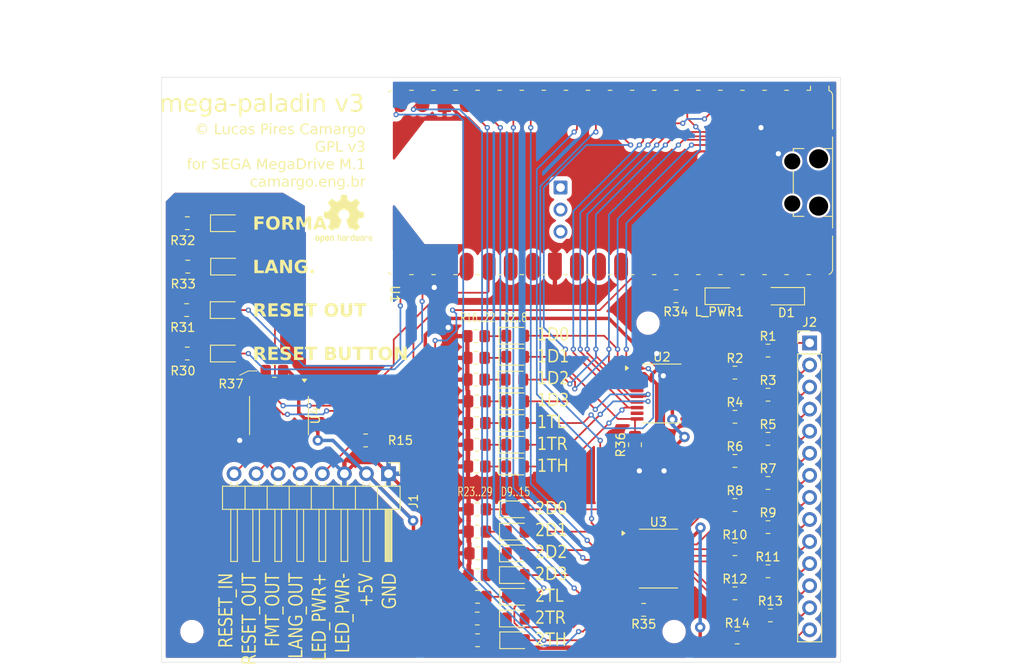
<source format=kicad_pcb>
(kicad_pcb (version 20241229) (generator "pcbnew") (generator_version "9.0")
  (layers (0 "F.Cu" signal) (2 "B.Cu" signal) (13 "F.Paste" user) (15 "B.Paste" user) (5 "F.SilkS" user "F.Silkscreen") (7 "B.SilkS" user "B.Silkscreen") (1 "F.Mask" user) (3 "B.Mask" user) (25 "Edge.Cuts" user))
  (net 0 "")
  (net 1 "+5V")
  (net 2 "/P1_0_LV")
  (net 3 "Net-(D2-K)")
  (net 4 "Net-(D3-K)")
  (net 5 "/P1_1_LV")
  (net 6 "/P1_2_LV")
  (net 7 "Net-(D4-K)")
  (net 8 "Net-(D5-K)")
  (net 9 "/P1_3_LV")
  (net 10 "/P1_4_LV")
  (net 11 "Net-(D6-K)")
  (net 12 "/P1_5_LV")
  (net 13 "Net-(D7-K)")
  (net 14 "Net-(D8-K)")
  (net 15 "/P1_6_LV")
  (net 16 "Net-(D9-K)")
  (net 17 "/P2_0_LV")
  (net 18 "/P2_1_LV")
  (net 19 "Net-(D10-K)")
  (net 20 "/P2_2_LV")
  (net 21 "Net-(D11-K)")
  (net 22 "Net-(D12-K)")
  (net 23 "/P2_3_LV")
  (net 24 "Net-(D13-K)")
  (net 25 "/P2_6_LV")
  (net 26 "Net-(D14-K)")
  (net 27 "/P2_5_LV")
  (net 28 "Net-(D15-K)")
  (net 29 "/P2_4_LV")
  (net 30 "/IN_RESET")
  (net 31 "GND")
  (net 32 "/OUT_LANG")
  (net 33 "/OUT_FMT")
  (net 34 "/LED_PWR+")
  (net 35 "/OUT_RESET")
  (net 36 "/P2_1")
  (net 37 "/P1_5")
  (net 38 "/P1_2")
  (net 39 "/P1_1")
  (net 40 "/P2_5")
  (net 41 "/P2_0")
  (net 42 "/P2_6")
  (net 43 "/P2_4")
  (net 44 "/P1_0")
  (net 45 "/P1_4")
  (net 46 "/P1_3")
  (net 47 "/P2_2")
  (net 48 "/P1_6")
  (net 49 "/P2_3")
  (net 50 "/OUT_FMT_LV")
  (net 51 "Net-(L_FMT_OUT1-K)")
  (net 52 "/OUT_LANG_LV")
  (net 53 "Net-(L_LANG_OUT1-K)")
  (net 54 "Net-(L_PWR1-K)")
  (net 55 "+3V3")
  (net 56 "/IN_RESET_LV")
  (net 57 "Net-(L_R_IN1-K)")
  (net 58 "/OUT_RESET_LV")
  (net 59 "Net-(L_R_OUT1-K)")
  (net 69 "/VSYS")
  (net 70 "Net-(U1-GPIO27_ADC1)")
  (net 71 "Net-(U4-OE)")
  (net 80 "Net-(U2-B1)")
  (net 81 "Net-(U2-B2)")
  (net 82 "Net-(U2-B3)")
  (net 83 "Net-(U2-B4)")
  (net 84 "Net-(U2-B5)")
  (net 85 "Net-(U2-B6)")
  (net 86 "Net-(U2-B7)")
  (net 87 "Net-(U3-B1)")
  (net 88 "Net-(U3-B2)")
  (net 89 "Net-(U3-B3)")
  (net 90 "Net-(U3-B4)")
  (net 91 "Net-(U3-B6)")
  (net 92 "Net-(U3-B5)")
  (net 93 "Net-(U3-B7)")
  (net 94 "/P1_OE")
  (net 95 "/P2_OE")
  (footprint "Package_SO:TSSOP-20_4.4x6.5mm_P0.65mm" (layer "F.Cu") (at 116.6 65.6)
    (property "Reference" "U2")
    (property "Value" "TXS0108EPW")
  )
  (footprint "Resistor_SMD:R_0805_2012Metric_Pad1.20x1.40mm_HandSolder" (layer "F.Cu") (at 125 63.2)
    (property "Reference" "R2")
    (property "Value" "1K")
  )
  (footprint "LED_SMD:LED_0805_2012Metric_Pad1.15x1.40mm_HandSolder" (layer "F.Cu") (at 99.765 78.93)
    (property "Reference" "D9" (hide yes))
    (property "Value" "LED_Small" (hide yes))
  )
  (footprint "Package_SO:TSSOP-20_4.4x6.5mm_P0.65mm" (layer "F.Cu") (at 72.525 68.1375 -90)
    (property "Reference" "U4")
    (property "Value" "TXS0108EPW")
  )
  (footprint "Resistor_SMD:R_0805_2012Metric_Pad1.20x1.40mm_HandSolder" (layer "F.Cu") (at 61.975 61 180)
    (property "Reference" "R30")
    (property "Value" "1K")
  )
  (footprint "LED_SMD:LED_0805_2012Metric_Pad1.15x1.40mm_HandSolder" (layer "F.Cu") (at 66.5 61)
    (property "Reference" "L_R_IN1" (hide yes))
    (property "Value" "~")
  )
  (footprint "LED_SMD:LED_0805_2012Metric_Pad1.15x1.40mm_HandSolder" (layer "F.Cu") (at 99.765 84)
    (property "Reference" "D11" (hide yes))
    (property "Value" "LED_Small" (hide yes))
  )
  (footprint "Resistor_SMD:R_0805_2012Metric_Pad1.20x1.40mm_HandSolder" (layer "F.Cu") (at 128.81 65.74)
    (property "Reference" "R3")
    (property "Value" "1K")
  )
  (footprint "Resistor_SMD:R_0805_2012Metric_Pad1.20x1.40mm_HandSolder" (layer "F.Cu") (at 128.81 75.9)
    (property "Reference" "R7")
    (property "Value" "1K")
  )
  (footprint "MountingHole:MountingHole_2.2mm_M2_ISO14580" (layer "F.Cu") (at 118 93)
    (property "Reference" "H3" (hide yes))
    (property "Value" "MountingHole")
  )
  (footprint "Resistor_SMD:R_0805_2012Metric_Pad1.20x1.40mm_HandSolder" (layer "F.Cu") (at 128.81 80.98)
    (property "Reference" "R9")
    (property "Value" "1K")
  )
  (footprint "Resistor_SMD:R_0805_2012Metric_Pad1.20x1.40mm_HandSolder" (layer "F.Cu") (at 125 73.36)
    (property "Reference" "R6")
    (property "Value" "1K")
  )
  (footprint "Resistor_SMD:R_0805_2012Metric_Pad1.20x1.40mm_HandSolder" (layer "F.Cu") (at 114.5 90.5 180)
    (property "Reference" "R35")
    (property "Value" "1K")
  )
  (footprint "Resistor_SMD:R_0805_2012Metric_Pad1.20x1.40mm_HandSolder" (layer "F.Cu") (at 95.44 84)
    (property "Reference" "R25" (hide yes))
    (property "Value" "1K")
  )
  (footprint "LED_SMD:LED_0805_2012Metric_Pad1.15x1.40mm_HandSolder" (layer "F.Cu") (at 99.715 66.5)
    (property "Reference" "D5" (hide yes))
    (property "Value" "LED_Small" (hide yes))
  )
  (footprint "Resistor_SMD:R_0805_2012Metric_Pad1.20x1.40mm_HandSolder" (layer "F.Cu") (at 95.2 59)
    (property "Reference" "R16" (hide yes))
    (property "Value" "1K")
  )
  (footprint "LED_SMD:LED_0805_2012Metric_Pad1.15x1.40mm_HandSolder" (layer "F.Cu") (at 99.8 89)
    (property "Reference" "D13" (hide yes))
    (property "Value" "LED_Small" (hide yes))
  )
  (footprint "Resistor_SMD:R_0805_2012Metric_Pad1.20x1.40mm_HandSolder" (layer "F.Cu") (at 95.2 64)
    (property "Reference" "R18" (hide yes))
    (property "Value" "1K")
  )
  (footprint "LED_SMD:LED_0805_2012Metric_Pad1.15x1.40mm_HandSolder" (layer "F.Cu") (at 99.7 74)
    (property "Reference" "D8" (hide yes))
    (property "Value" "~")
  )
  (footprint "LED_SMD:LED_0805_2012Metric_Pad1.15x1.40mm_HandSolder" (layer "F.Cu") (at 66.5 46)
    (property "Reference" "L_FMT_OUT1" (hide yes))
    (property "Value" "~")
  )
  (footprint "Resistor_SMD:R_0805_2012Metric_Pad1.20x1.40mm_HandSolder" (layer "F.Cu") (at 118.2 54.4 180)
    (property "Reference" "R34")
    (property "Value" "1K")
  )
  (footprint "Resistor_SMD:R_0805_2012Metric_Pad1.20x1.40mm_HandSolder" (layer "F.Cu") (at 113.5 71.5 90)
    (property "Reference" "R36")
    (property "Value" "1K")
  )
  (footprint "Connector_PinHeader_2.54mm:PinHeader_1x08_P2.54mm_Horizontal" (layer "F.Cu") (at 85.134916 74.829612 -90)
    (property "Reference" "J1")
    (property "Value" "ConnMain")
  )
  (footprint "Connector_PinHeader_2.54mm:PinHeader_1x14_P2.54mm_Vertical" (layer "F.Cu") (at 133.6 59.78)
    (property "Reference" "J2")
    (property "Value" "ConnPorts")
  )
  (footprint "Resistor_SMD:R_0805_2012Metric_Pad1.20x1.40mm_HandSolder" (layer "F.Cu") (at 95.38 89)
    (property "Reference" "R27" (hide yes))
    (property "Value" "1K")
  )
  (footprint "Resistor_SMD:R_0805_2012Metric_Pad1.20x1.40mm_HandSolder" (layer "F.Cu") (at 95.295 66.5)
    (property "Reference" "R19" (hide yes))
    (property "Value" "1K")
  )
  (footprint "Resistor_SMD:R_0805_2012Metric_Pad1.20x1.40mm_HandSolder" (layer "F.Cu") (at 61.9 56 180)
    (property "Reference" "R31")
    (property "Value" "1K")
  )
  (footprint "LED_SMD:LED_0805_2012Metric_Pad1.15x1.40mm_HandSolder" (layer "F.Cu") (at 66.475 56)
    (property "Reference" "L_R_OUT1" (hide yes))
    (property "Value" "LED_Small" (hide yes))
  )
  (footprint "LED_SMD:LED_0805_2012Metric_Pad1.15x1.40mm_HandSolder" (layer "F.Cu") (at 99.8 94)
    (property "Reference" "D15" (hide yes))
    (property "Value" "LED_Small" (hide yes))
  )
  (footprint "Module:RaspberryPi_Pico_W_SMD_HandSolder" (layer "F.Cu") (at 110.63 41.31 -90)
    (property "Reference" "U1")
    (property "Value" "~")
  )
  (footprint "Resistor_SMD:R_0805_2012Metric_Pad1.20x1.40mm_HandSolder" (layer "F.Cu") (at 128.81 70.82)
    (property "Reference" "R5")
    (property "Value" "1K")
  )
  (footprint "LED_SMD:LED_0805_2012Metric_Pad1.15x1.40mm_HandSolder" (layer "F.Cu") (at 99.765 81.5)
    (property "Reference" "D10" (hide yes))
    (property "Value" "~")
  )
  (footprint "LED_SMD:LED_0805_2012Metric_Pad1.15x1.40mm_HandSolder" (layer "F.Cu") (at 99.765 86.5)
    (property "Reference" "D12" (hide yes))
    (property "Value" "~")
  )
  (footprint "Package_SO:TSSOP-20_4.4x6.5mm_P0.65mm" (layer "F.Cu") (at 116.2 84.6)
    (property "Reference" "U3")
    (property "Value" "TXS0108EPW")
  )
  (footprint "Resistor_SMD:R_0805_2012Metric_Pad1.20x1.40mm_HandSolder" (layer "F.Cu") (at 128.81 60.66)
    (property "Reference" "R1")
    (property "Value" "1K")
  )
  (footprint "LED_SMD:LED_0805_2012Metric_Pad1.15x1.40mm_HandSolder" (layer "F.Cu") (at 123.425 54.4)
    (property "Reference" "L_PWR1")
    (property "Value" "LED_Small" (hide yes))
  )
  (footprint "Resistor_SMD:R_0805_2012Metric_Pad1.20x1.40mm_HandSolder" (layer "F.Cu") (at 95.345 81.5)
    (property "Reference" "R24" (hide yes))
    (property "Value" "1K")
  )
  (footprint "Resistor_SMD:R_0805_2012Metric_Pad1.20x1.40mm_HandSolder" (layer "F.Cu") (at 95.345 91.5)
    (property "Reference" "R28" (hide yes))
    (property "Value" "1K")
  )
  (footprint "Resistor_SMD:R_0805_2012Metric_Pad1.20x1.40mm_HandSolder" (layer "F.Cu") (at 95.38 94)
    (property "Reference" "R29" (hide yes))
    (property "Value" "1K")
  )
  (footprint "MountingHole:MountingHole_2.2mm_M2_ISO14580" (layer "F.Cu") (at 62.5 93)
    (property "Reference" "H2" (hide yes))
    (property "Value" "MountingHole")
  )
  (footprint "Resistor_SMD:R_0805_2012Metric_Pad1.20x1.40mm_HandSolder" (layer "F.Cu") (at 95.295 71.5)
    (property "Reference" "R21" (hide yes))
    (property "Value" "1K")
  )
  (footprint "Resistor_SMD:R_0805_2012Metric_Pad1.20x1.40mm_HandSolder" (layer "F.Cu") (at 95.28 69)
    (property "Reference" "R20" (hide yes))
    (property "Value" "1K")
  )
  (footprint "LED_SMD:LED_0805_2012Metric_Pad1.15x1.40mm_HandSolder" (layer "F.Cu") (at 99.715 58.955)
    (property "Reference" "D2" (hide yes))
    (property "Value" "~")
  )
  (footprint "Resistor_SMD:R_0805_2012Metric_Pad1.20x1.40mm_HandSolder" (layer "F.Cu") (at 125 83.52)
    (property "Reference" "R10")
    (property "Value" "1K")
  )
  (footprint "Resistor_SMD:R_0805_2012Metric_Pad1.20x1.40mm_HandSolder" (layer "F.Cu") (at 95.345 86.5)
    (property "Reference" "R26" (hide yes))
    (property "Value" "1K")
  )
  (footprint "Resistor_SMD:R_0805_2012Metric_Pad1.20x1.40mm_HandSolder" (layer "F.Cu") (at 62.025 51 180)
    (property "Reference" "R33")
    (property "Value" "1K")
  )
  (footprint "Resistor_SMD:R_0805_2012Metric_Pad1.20x1.40mm_HandSolder" (layer "F.Cu") (at 72 63)
    (property "Reference" "R37")
    (property "Value" "1K")
  )
  (footprint "Resistor_SMD:R_0805_2012Metric_Pad1.20x1.40mm_HandSolder" (layer "F.Cu") (at 125 68.28)
    (property "Reference" "R4")
    (property "Value" "1K")
  )
  (footprint "MountingHole:MountingHole_2.2mm_M2_ISO14580" (layer "F.Cu") (at 62 37)
    (property "Reference" "H1" (hide yes))
    (property "Value" "MountingHole")
  )
  (footprint "Resistor_SMD:R_0805_2012Metric_Pad1.20x1.40mm_HandSolder" (layer "F.Cu") (at 128.81 86.06)
    (property "Reference" "R11")
    (property "Value" "1K")
  )
  (footprint "LED_SMD:LED_0805_2012Metric_Pad1.15x1.40mm_HandSolder" (layer "F.Cu") (at 99.62 64)
    (property "Reference" "D4" (hide yes))
    (property "Value" "~")
  )
  (footprint "Symbol:OSHW-Logo2_7.3x6mm_SilkScreen" (layer "F.Cu") (at 80 45.5)
    (property "Reference" "REF**" (hide yes))
    (property "Value" "OSHW-Logo2_7.3x6mm_SilkScreen" (hide yes))
  )
  (footprint "LED_SMD:LED_0805_2012Metric_Pad1.15x1.40mm_HandSolder" (layer "F.Cu") (at 66.525 51)
    (property "Reference" "L_LANG_OUT1" (hide yes))
    (property "Value" "LED_Small" (hide yes))
  )
  (footprint "Resistor_SMD:R_0805_2012Metric_Pad1.20x1.40mm_HandSolder" (layer "F.Cu") (at 95.28 74)
    (property "Reference" "R22" (hide yes))
    (property "Value" "1K")
  )
  (footprint "Resistor_SMD:R_0805_2012Metric_Pad1.20x1.40mm_HandSolder" (layer "F.Cu") (at 95.2 61.5)
    (property "Reference" "R17" (hide yes))
    (property "Value" "1K")
  )
  (footprint "Resistor_SMD:R_0805_2012Metric_Pad1.20x1.40mm_HandSolder" (layer "F.Cu") (at 95.345 78.93)
    (property "Reference" "R23" (hide yes))
    (property "Value" "1K")
  )
  (footprint "LED_SMD:LED_0805_2012Metric_Pad1.15x1.40mm_HandSolder" (layer "F.Cu") (at 99.765 91.5)
    (property "Reference" "D14" (hide yes))
    (property "Value" "~")
  )
  (footprint "Resistor_SMD:R_0805_2012Metric_Pad1.20x1.40mm_HandSolder" (layer "F.Cu") (at 125.27 93.68)
    (property "Reference" "R14")
    (property "Value" "1K")
  )
  (footprint "Resistor_SMD:R_0805_2012Metric_Pad1.20x1.40mm_HandSolder" (layer "F.Cu") (at 125 78.44)
    (property "Reference" "R8")
    (property "Value" "1K")
  )
  (footprint "Resistor_SMD:R_0805_2012Metric_Pad1.20x1.40mm_HandSolder" (layer "F.Cu") (at 129.08 91.14)
    (property "Reference" "R13")
    (property "Value" "1K")
  )
  (footprint "Resistor_SMD:R_0805_2012Metric_Pad1.20x1.40mm_HandSolder" (layer "F.Cu") (at 61.975 46 180)
    (property "Reference" "R32")
    (property "Value" "1K")
  )
  (footprint "LED_SMD:LED_0805_2012Metric_Pad1.15x1.40mm_HandSolder" (layer "F.Cu") (at 99.715 61.38)
    (property "Reference" "D3" (hide yes))
    (property "Value" "LED_Small" (hide yes))
  )
  (footprint "Resistor_SMD:R_0805_2012Metric_Pad1.20x1.40mm_HandSolder" (layer "F.Cu") (at 125 88.6)
    (property "Reference" "R12")
    (property "Value" "1K")
  )
  (footprint "MountingHole:MountingHole_2.2mm_M2_ISO14580" (layer "F.Cu") (at 115 57.5)
    (property "Reference" "H4" (hide yes))
    (property "Value" "MountingHole")
  )
  (footprint "LED_SMD:LED_0805_2012Metric_Pad1.15x1.40mm_HandSolder" (layer "F.Cu") (at 99.715 71.5)
    (property "Reference" "D7" (hide yes))
    (property "Value" "LED_Small" (hide yes))
  )
  (footprint "Diode_SMD:D_SOD-123F" (layer "F.Cu") (at 130.8 54.4 180)
    (property "Reference" "D1")
    (property "Value" "MBR120VLSFT1G" (hide yes))
  )
  (footprint "LED_SMD:LED_0805_2012Metric_Pad1.15x1.40mm_HandSolder" (layer "F.Cu") (at 99.7 69)
    (property "Reference" "D6" (hide yes))
    (property "Value" "~")
  )
  (footprint "Resistor_SMD:R_0805_2012Metric_Pad1.20x1.40mm_HandSolder" (layer "F.Cu") (at 82.5 71 180)
    (property "Reference" "R15")
    (property "Value" "220R")
  )
  (gr_line (start 69 63) (end 68 63.5) (stroke (width 0.1)) (layer "F.SilkS"))
  (gr_line (start 70 63) (end 69 63) (stroke (width 0.1)) (layer "F.SilkS"))
  (gr_rect (start 59 29.21) (end 137.16 96.52) (stroke (width 0.05)) (fill no) (layer "Edge.Cuts"))
  (gr_text "1D0\n1D1\n1D2\n1D3\n1TL\n1TR\n1TH" (at 102.215 58 0) (layer "F.SilkS") (effects (font (size 1.5 1.3) (thickness 0.1)) (justify left top)))
  (gr_text "© Lucas Pires Camargo\nGPL v3\nfor SEGA MegaDrive M.1\ncamargo.eng.br" (at 82.5 42 0) (layer "F.SilkS") (effects (font (size 1.2 1.2) (thickness 0.1)) (justify right bottom)))
  (gr_text "LANG." (at 69.5 52 0) (layer "F.SilkS") (effects (font (size 1.5 1.5) (thickness 0.3) (bold yes)) (justify left bottom)))
  (gr_text "R23..29" (at 93 77.5 0) (layer "F.SilkS") (effects (font (size 1 0.7) (thickness 0.1)) (justify left bottom)))
  (gr_text "RESET BUTTON" (at 69.5 62 0) (layer "F.SilkS") (effects (font (size 1.5 1.5) (thickness 0.3) (bold yes)) (justify left bottom)))
  (gr_text "RESET OUT" (at 69.5 57 0) (layer "F.SilkS") (effects (font (size 1.5 1.5) (thickness 0.3) (bold yes)) (justify left bottom)))
  (gr_text "R16..22" (at 93.315 57.455 0) (layer "F.SilkS") (effects (font (size 1 0.7) (thickness 0.1)) (justify left bottom)))
  (gr_text "D2..8" (at 98.315 57.455 0) (layer "F.SilkS") (effects (font (size 1 0.7) (thickness 0.1)) (justify left bottom)))
  (gr_text "D9..15" (at 98 77.5 0) (layer "F.SilkS") (effects (font (size 1 0.7) (thickness 0.1)) (justify left bottom)))
  (gr_text "2D0\n2D1\n2D2\n2D3\n2TL\n2TR\n2TH" (at 102 78 0) (layer "F.SilkS") (effects (font (size 1.5 1.3) (thickness 0.1)) (justify left top)))
  (gr_text "mega-paladin v3" (at 82.35 33.5 0) (layer "F.SilkS") (effects (font (size 2 2) (thickness 0.1)) (justify right bottom)))
  (gr_text "FORMAT" (at 69.5 47 0) (layer "F.SilkS") (effects (font (size 1.5 1.5) (thickness 0.3) (bold yes)) (justify left bottom)))
  (gr_text "RESET_IN\nRESET_OUT\nFMT_OUT\nLANG_OUT\nLED_PWR+\nLED_PWR-\n+5V\nGND" (at 86.25 86.25 90) (layer "F.SilkS") (effects (font (size 1.6 1.3) (thickness 0.1)) (justify right bottom)))
  (segment (start 88 94.5) (end 89.319 95.819) (width 0.4) (layer "F.Cu") (net 1))
  (segment (start 119.0625 82.325) (end 118.20714 82.325) (width 0.4) (layer "F.Cu") (net 1))
  (segment (start 117.907004 63.325) (end 117.8 63.432004) (width 0.4) (layer "F.Cu") (net 1))
  (segment (start 88 80.234696) (end 87.96 80.234696) (width 0.4) (layer "F.Cu") (net 1))
  (segment (start 126.23214 54.4) (end 117.907004 62.725136) (width 0.4) (layer "F.Cu") (net 1))
  (segment (start 77 71) (end 77 70) (width 0.4) (layer "F.Cu") (net 1))
  (segment (start 117.8 63.432004) (end 117.8 68.6) (width 0.4) (layer "F.Cu") (net 1))
  (segment (start 77 70) (end 76.5 69.5) (width 0.4) (layer "F.Cu") (net 1))
  (segment (start 129.4 54.4) (end 126.23214 54.4) (width 0.4) (layer "F.Cu") (net 1))
  (segment (start 119.4625 63.325) (end 117.907004 63.325) (width 0.4) (layer "F.Cu") (net 1))
  (segment (start 121.033431 81.209429) (end 119.91786 82.325) (width 0.4) (layer "F.Cu") (net 1))
  (segment (start 118.20714 82.325) (end 117.884 82.00186) (width 0.4) (layer "F.Cu") (net 1))
  (segment (start 117.884 71.916) (end 119.2 70.6) (width 0.4) (layer "F.Cu") (net 1))
  (segment (start 74.8 70.14464) (end 74.8 71) (width 0.4) (layer "F.Cu") (net 1))
  (segment (start 121.033431 81.033431) (end 121.033431 81.209429) (width 0.4) (layer "F.Cu") (net 1))
  (segment (start 119.181 95.819) (end 121 94) (width 0.4) (layer "F.Cu") (net 1))
  (segment (start 117.907004 62.725136) (end 117.907004 63.325) (width 0.4) (layer "F.Cu") (net 1))
  (segment (start 88 80.234696) (end 88 94.5) (width 0.4) (layer "F.Cu") (net 1))
  (segment (start 119.91786 82.325) (end 119.0625 82.325) (width 0.4) (layer "F.Cu") (net 1))
  (segment (start 89.319 95.819) (end 119.181 95.819) (width 0.4) (layer "F.Cu") (net 1))
  (segment (start 75.44464 69.5) (end 74.8 70.14464) (width 0.4) (layer "F.Cu") (net 1))
  (segment (start 82.594916 74.829612) (end 88 80.234696) (width 0.4) (layer "F.Cu") (net 1))
  (segment (start 121 94) (end 121 92.5) (width 0.4) (layer "F.Cu") (net 1))
  (segment (start 76.5 69.5) (end 75.44464 69.5) (width 0.4) (layer "F.Cu") (net 1))
  (segment (start 117.884 82.00186) (end 117.884 71.916) (width 0.4) (layer "F.Cu") (net 1))
  (via (at 121 92.5) (size 1.2) (drill 0.6) (layers "F.Cu" "B.Cu") (net 1))
  (via (at 119.2 70.6) (size 1.2) (drill 0.6) (layers "F.Cu" "B.Cu") (net 1))
  (via (at 77 71) (size 1.2) (drill 0.6) (layers "F.Cu" "B.Cu") (net 1))
  (via (at 117.8 68.6) (size 1.2) (drill 0.6) (layers "F.Cu" "B.Cu") (net 1))
  (via (at 121.033431 81.033431) (size 1.2) (drill 0.6) (layers "F.Cu" "B.Cu") (net 1))
  (via (at 87.96 80.234696) (size 1.2) (drill 0.6) (layers "F.Cu" "B.Cu") (net 1))
  (segment (start 87.96 80.234696) (end 78.725304 71) (width 0.4) (layer "B.Cu") (net 1))
  (segment (start 117.8 68.6) (end 117.8 69.2) (width 0.4) (layer "B.Cu") (net 1))
  (segment (start 117.8 69.2) (end 119.2 70.6) (width 0.4) (layer "B.Cu") (net 1))
  (segment (start 121 92.5) (end 121 81.066862) (width 0.4) (layer "B.Cu") (net 1))
  (segment (start 78.725304 71) (end 77 71) (width 0.4) (layer "B.Cu") (net 1))
  (segment (start 121 81.066862) (end 121.033431 81.033431) (width 0.4) (layer "B.Cu") (net 1))
  (segment (start 134.5 34) (end 133 34) (width 0.2) (layer "F.Cu") (net 2))
  (segment (start 111.5 62.451438) (end 111.5 60.5) (width 0.2) (layer "F.Cu") (net 2))
  (segment (start 113.023562 63.975) (end 111.5 62.451438) (width 0.2) (layer "F.Cu") (net 2))
  (segment (start 134.76 31.62) (end 134.76 33.74) (width 0.2) (layer "F.Cu") (net 2))
  (segment (start 100.74 58.955) (end 109.955 58.955) (width 0.2) (layer "F.Cu") (net 2))
  (segment (start 120 37) (end 130 37) (width 0.2) (layer "F.Cu") (net 2))
  (segment (start 130 37) (end 133 34) (width 0.2) (layer "F.Cu") (net 2))
  (segment (start 113.7375 63.975) (end 113.023562 63.975) (width 0.2) (layer "F.Cu") (net 2))
  (segment (start 134.76 33.74) (end 134.5 34) (width 0.2) (layer "F.Cu") (net 2))
  (segment (start 109.955 58.955) (end 111.5 60.5) (width 0.2) (layer "F.Cu") (net 2))
  (via (at 120 37) (size 0.6) (drill 0.3) (layers "F.Cu" "B.Cu") (net 2))
  (via (at 111.5 60.5) (size 0.6) (drill 0.3) (layers "F.Cu" "B.Cu") (net 2))
  (segment (start 111.5 60.5) (end 111.5 45.5) (width 0.2) (layer "B.Cu") (net 2))
  (segment (start 111.5 45.5) (end 120 37) (width 0.2) (layer "B.Cu") (net 2))
  (segment (start 98.645 59) (end 98.69 58.955) (width 0.2) (layer "F.Cu") (net 3))
  (segment (start 96.2 59) (end 98.645 59) (width 0.2) (layer "F.Cu") (net 3))
  (segment (start 96.2 61.5) (end 98.57 61.5) (width 0.2) (layer "F.Cu") (net 4))
  (segment (start 98.57 61.5) (end 98.69 61.38) (width 0.2) (layer "F.Cu") (net 4))
  (segment (start 106.601 65.030374) (end 106.565687 65.065687) (width 0.2) (layer "F.Cu") (net 5))
  (segment (start 103.729943 61.38) (end 106.601 64.251057) (width 0.2) (layer "F.Cu") (net 5))
  (segment (start 100.74 61.38) (end 103.729943 61.38) (width 0.2) (layer "F.Cu") (net 5))
  (segment (start 132.22 31.62) (end 132.22 33.22) (width 0.2) (layer "F.Cu") (net 5))
  (segment (start 132.22 33.22) (end 129.041 36.399) (width 0.2) (layer "F.Cu") (net 5))
  (segment (start 106.601 64.251057) (end 106.601 65.030374) (width 0.2) (layer "F.Cu") (net 5))
  (segment (start 129.041 36.399) (end 119.101 36.399) (width 0.2) (layer "F.Cu") (net 5))
  (segment (start 110.5 62.124999) (end 113.000001 64.625) (width 0.2) (layer "F.Cu") (net 5))
  (segment (start 119.101 36.399) (end 118.5 37) (width 0.2) (layer "F.Cu") (net 5))
  (segment (start 110.5 60.5) (end 110.5 62.124999) (width 0.2) (layer "F.Cu") (net 5))
  (segment (start 113.000001 64.625) (end 113.7375 64.625) (width 0.2) (layer "F.Cu") (net 5))
  (via (at 110.5 60.5) (size 0.6) (drill 0.3) (layers "F.Cu" "B.Cu") (net 5))
  (via (at 118.5 37) (size 0.6) (drill 0.3) (layers "F.Cu" "B.Cu") (net 5))
  (via (at 106.565687 65.065687) (size 0.6) (drill 0.3) (layers "F.Cu" "B.Cu") (net 5))
  (segment (start 118.5 37) (end 110.5 45) (width 0.2) (layer "B.Cu") (net 5))
  (segment (start 110.5 45) (end 110.5 60.5) (width 0.2) (layer "B.Cu") (net 5))
  (segment (start 110.5 61.131374) (end 110.5 60.5) (width 0.2) (layer "B.Cu") (net 5))
  (segment (start 106.565687 65.065687) (end 110.5 61.131374) (width 0.2) (layer "B.Cu") (net 5))
  (segment (start 118.002 35.998) (end 117 37) (width 0.2) (layer "F.Cu") (net 6))
  (segment (start 127.14 31.62) (end 122.762 35.998) (width 0.2) (layer "F.Cu") (net 6))
  (segment (start 122.762 35.998) (end 118.002 35.998) (width 0.2) (layer "F.Cu") (net 6))
  (segment (start 106 64.5) (end 105.5 64) (width 0.2) (layer "F.Cu") (net 6))
  (segment (start 113.000001 65.275) (end 113.7375 65.275) (width 0.2) (layer "F.Cu") (net 6))
  (segment (start 109 61.274999) (end 113.000001 65.275) (width 0.2) (layer "F.Cu") (net 6))
  (segment (start 105.5 64) (end 100.645 64) (width 0.2) (layer "F.Cu") (net 6))
  (segment (start 109 60.5) (end 109 61.274999) (width 0.2) (layer "F.Cu") (net 6))
  (via (at 106 64.5) (size 0.6) (drill 0.3) (layers "F.Cu" "B.Cu") (net 6))
  (via (at 109 60.5) (size 0.6) (drill 0.3) (layers "F.Cu" "B.Cu") (net 6))
  (via (at 117 37) (size 0.6) (drill 0.3) (layers "F.Cu" "B.Cu") (net 6))
  (segment (start 109 45) (end 109 60.5) (width 0.2) (layer "B.Cu") (net 6))
  (segment (start 109 60.5) (end 109 61.5) (width 0.2) (layer "B.Cu") (net 6))
  (segment (start 109 61.5) (end 106 64.5) (width 0.2) (layer "B.Cu") (net 6))
  (segment (start 117 37) (end 109 45) (width 0.2) (layer "B.Cu") (net 6))
  (segment (start 96.2 64) (end 98.595 64) (width 0.2) (layer "F.Cu") (net 7))
  (segment (start 96.295 66.5) (end 98.69 66.5) (width 0.2) (layer "F.Cu") (net 8))
  (segment (start 108 66.5) (end 100.74 66.5) (width 0.2) (layer "F.Cu") (net 9))
  (segment (start 124.6 33.4) (end 124.6 31.62) (width 0.2) (layer "F.Cu") (net 9))
  (segment (start 117.5 35.5) (end 122.5 35.5) (width 0.2) (layer "F.Cu") (net 9))
  (segment (start 116 37) (end 117.5 35.5) (width 0.2) (layer "F.Cu") (net 9))
  (segment (start 108 60.924999) (end 108 60.5) (width 0.2) (layer "F.Cu") (net 9))
  (segment (start 113.7375 65.925) (end 114.774997 65.925) (width 0.2) (layer "F.Cu") (net 9))
  (segment (start 122.5 35.5) (end 124.6 33.4) (width 0.2) (layer "F.Cu") (net 9))
  (segment (start 114.774997 65.925) (end 115 65.699997) (width 0.2) (layer "F.Cu") (net 9))
  (segment (start 113.7375 65.925) (end 113.000001 65.925) (width 0.2) (layer "F.Cu") (net 9))
  (segment (start 113.000001 65.925) (end 108 60.924999) (width 0.2) (layer "F.Cu") (net 9))
  (segment (start 108.934313 67.434313) (end 108 66.5) (width 0.2) (layer "F.Cu") (net 9))
  (via (at 108 60.5) (size 0.6) (drill 0.3) (layers "F.Cu" "B.Cu") (net 9))
  (via (at 108.934313 67.434313) (size 0.6) (drill 0.3) (layers "F.Cu" "B.Cu") (net 9))
  (via (at 116 37) (size 0.6) (drill 0.3) (layers "F.Cu" "B.Cu") (net 9))
  (via (at 115 65.699997) (size 0.6) (drill 0.3) (layers "F.Cu" "B.Cu") (net 9))
  (segment (start 110.668629 65.699997) (end 108.934313 67.434313) (width 0.2) (layer "B.Cu") (net 9))
  (segment (start 108 45) (end 116 37) (width 0.2) (layer "B.Cu") (net 9))
  (segment (start 108 60.5) (end 108 45) (width 0.2) (layer "B.Cu") (net 9))
  (segment (start 115 65.699997) (end 110.668629 65.699997) (width 0.2) (layer "B.Cu") (net 9))
  (segment (start 107.515992 69) (end 108.447128 68.068864) (width 0.2) (layer "F.Cu") (net 10))
  (segment (start 115.032935 62.730075) (end 113.792575 62.730075) (width 0.2) (layer "F.Cu") (net 10))
  (segment (start 113.7375 62.675) (end 112.5 61.4375) (width 0.2) (layer "F.Cu") (net 10))
  (segment (start 120.5 34.9) (end 119.52 33.92) (width 0.2) (layer "F.Cu") (net 10))
  (segment (start 100.725 69) (end 107.515992 69) (width 0.2) (layer "F.Cu") (net 10))
  (segment (start 113.792575 62.730075) (end 113.7375 62.675) (width 0.2) (layer "F.Cu") (net 10))
  (segment (start 112.5 61.4375) (end 112.5 60.5) (width 0.2) (layer "F.Cu") (net 10))
  (segment (start 119.52 33.92) (end 119.52 31.62) (width 0.2) (layer "F.Cu") (net 10))
  (via (at 112.5 60.5) (size 0.6) (drill 0.3) (layers "F.Cu" "B.Cu") (net 10))
  (via (at 120.5 34.9) (size 0.6) (drill 0.3) (layers "F.Cu" "B.Cu") (net 10))
  (via (at 108.447128 68.068864) (size 0.6) (drill 0.3) (layers "F.Cu" "B.Cu") (net 10))
  (via (at 115.032935 62.730075) (size 0.6) (drill 0.3) (layers "F.Cu" "B.Cu") (net 10))
  (segment (start 114.399 69.601) (end 115.601 68.399) (width 0.2) (layer "B.Cu") (net 10))
  (segment (start 108.447128 68.068864) (end 109.979264 69.601) (width 0.2) (layer "B.Cu") (net 10))
  (segment (start 115.601 63.29814) (end 115.032935 62.730075) (width 0.2) (layer "B.Cu") (net 10))
  (segment (start 112.5 60.5) (end 112.5 46) (width 0.2) (layer "B.Cu") (net 10))
  (segment (start 109.979264 69.601) (end 114.399 69.601) (width 0.2) (layer "B.Cu") (net 10))
  (segment (start 121 37.5) (end 121 35.4) (width 0.2) (layer "B.Cu") (net 10))
  (segment (start 112.5 46) (end 121 37.5) (width 0.2) (layer "B.Cu") (net 10))
  (segment (start 121 35.4) (end 120.5 34.9) (width 0.2) (layer "B.Cu") (net 10))
  (segment (start 115.601 68.399) (end 115.601 63.29814) (width 0.2) (layer "B.Cu") (net 10))
  (segment (start 96.28 69) (end 98.675 69) (width 0.2) (layer "F.Cu") (net 11))
  (segment (start 121.5 34) (end 122.06 33.44) (width 0.2) (layer "F.Cu") (net 12))
  (segment (start 107.199997 60.774996) (end 107.199997 60.5) (width 0.2) (layer "F.Cu") (net 12))
  (segment (start 100.74 71.5) (end 106 71.5) (width 0.2) (layer "F.Cu") (net 12))
  (segment (start 113.8125 66.5) (end 113.7375 66.575) (width 0.2) (layer "F.Cu") (net 12))
  (segment (start 106 71.5) (end 109.5 68) (width 0.2) (layer "F.Cu") (net 12))
  (segment (start 113.7375 66.575) (end 113.000001 66.575) (width 0.2) (layer "F.Cu") (net 12))
  (segment (start 117.5 34.5) (end 119 34.5) (width 0.2) (layer "F.Cu") (net 12))
  (segment (start 115 66.5) (end 113.8125 66.5) (width 0.2) (layer "F.Cu") (net 12))
  (segment (start 115 37) (end 117.5 34.5) (width 0.2) (layer "F.Cu") (net 12))
  (segment (start 122.06 33.44) (end 122.06 31.62) (width 0.2) (layer "F.Cu") (net 12))
  (segment (start 113.000001 66.575) (end 107.199997 60.774996) (width 0.2) (layer "F.Cu") (net 12))
  (via (at 109.5 68) (size 0.6) (drill 0.3) (layers "F.Cu" "B.Cu") (net 12))
  (via (at 115 66.5) (size 0.6) (drill 0.3) (layers "F.Cu" "B.Cu") (net 12))
  (via (at 107.199997 60.5) (size 0.6) (drill 0.3) (layers "F.Cu" "B.Cu") (net 12))
  (via (at 121.5 34) (size 0.6) (drill 0.3) (layers "F.Cu" "B.Cu") (net 12))
  (via (at 119 34.5) (size 0.6) (drill 0.3) (layers "F.Cu" "B.Cu") (net 12))
  (via (at 115 37) (size 0.6) (drill 0.3) (layers "F.Cu" "B.Cu") (net 12))
  (segment (start 107.199997 60.5) (end 107.199997 44.800003) (width 0.2) (layer "B.Cu") (net 12))
  (segment (start 109.5 68) (end 111 66.5) (width 0.2) (layer "B.Cu") (net 12))
  (segment (start 119 34.5) (end 119.5 34) (width 0.2) (layer "B.Cu") (net 12))
  (segment (start 111 66.5) (end 115 66.5) (width 0.2) (layer "B.Cu") (net 12))
  (segment (start 107.199997 44.800003) (end 115 37) (width 0.2) (layer "B.Cu") (net 12))
  (segment (start 119.5 34) (end 121.5 34) (width 0.2) (layer "B.Cu") (net 12))
  (segment (start 96.295 71.5) (end 98.69 71.5) (width 0.2) (layer "F.Cu") (net 13))
  (segment (start 96.28 74) (end 98.675 74) (width 0.2) (layer "F.Cu") (net 14))
  (segment (start 112.275 67.225) (end 112 67.5) (width 0.2) (layer "F.Cu") (net 15))
  (segment (start 114.44 36.56) (end 114 37) (width 0.2) (layer "F.Cu") (net 15))
  (segment (start 110.5 69) (end 105.5 74) (width 0.2) (layer "F.Cu") (net 15))
  (segment (start 113.7375 67.225) (end 112.275 67.225) (width 0.2) (layer "F.Cu") (net 15))
  (segment (start 114.44 31.62) (end 114.44 36.56) (width 0.2) (layer "F.Cu") (net 15))
  (segment (start 106.399994 60.899994) (end 106.399994 60.5) (width 0.2) (layer "F.Cu") (net 15))
  (segment (start 105.5 74) (end 100.725 74) (width 0.2) (layer "F.Cu") (net 15))
  (segment (start 113.7375 67.225) (end 112.725 67.225) (width 0.2) (layer "F.Cu") (net 15))
  (segment (start 112.725 67.225) (end 106.399994 60.899994) (width 0.2) (layer "F.Cu") (net 15))
  (via (at 114 37) (size 0.6) (drill 0.3) (layers "F.Cu" "B.Cu") (net 15))
  (via (at 106.399994 60.5) (size 0.6) (drill 0.3) (layers "F.Cu" "B.Cu") (net 15))
  (via (at 110.5 69) (size 0.6) (drill 0.3) (layers "F.Cu" "B.Cu") (net 15))
  (via (at 112 67.5) (size 0.6) (drill 0.3) (layers "F.Cu" "B.Cu") (net 15))
  (segment (start 106.399994 60.5) (end 106.399994 44.600006) (width 0.2) (layer "B.Cu") (net 15))
  (segment (start 106.399994 44.600006) (end 114 37) (width 0.2) (layer "B.Cu") (net 15))
  (segment (start 112 67.5) (end 110.5 69) (width 0.2) (layer "B.Cu") (net 15))
  (segment (start 98.74 78.93) (end 96.345 78.93) (width 0.2) (layer "F.Cu") (net 16))
  (segment (start 109 34.5) (end 109.36 34.14) (width 0.2) (layer "F.Cu") (net 17))
  (segment (start 113.3375 81.675) (end 110.83125 79.16875) (width 0.2) (layer "F.Cu") (net 17))
  (segment (start 109.5 77.8375) (end 109.5 71) (width 0.2) (layer "F.Cu") (net 17))
  (segment (start 110.83125 79.16875) (end 109.5 77.8375) (width 0.2) (layer "F.Cu") (net 17))
  (segment (start 109.36 34.14) (end 109.36 31.62) (width 0.2) (layer "F.Cu") (net 17))
  (segment (start 110 79) (end 109.93 78.93) (width 0.2) (layer "F.Cu") (net 17))
  (segment (start 109 35.5) (end 109 34.5) (width 0.2) (layer "F.Cu") (net 17))
  (segment (start 110.83125 79.16875) (end 110.6625 79) (width 0.2) (layer "F.Cu") (net 17))
  (segment (start 110.6625 79) (end 110 79) (width 0.2) (layer "F.Cu") (net 17))
  (segment (start 109.93 78.93) (end 100.79 78.93) (width 0.2) (layer "F.Cu") (net 17))
  (via (at 109 35.5) (size 0.6) (drill 0.3) (layers "F.Cu" "B.Cu") (net 17))
  (via (at 109.5 71) (size 0.6) (drill 0.3) (layers "F.Cu" "B.Cu") (net 17))
  (segment (start 108.842936 35.5) (end 109 35.5) (width 0.2) (layer "B.Cu") (net 17))
  (segment (start 102.599 64.099) (end 102.599 41.743936) (width 0.2) (layer "B.Cu") (net 17))
  (segment (start 109.5 71) (end 102.599 64.099) (width 0.2) (layer "B.Cu") (net 17))
  (segment (start 102.599 41.743936) (end 108.842936 35.5) (width 0.2) (layer "B.Cu") (net 17))
  (segment (start 106.82 31.62) (end 106.82 35.18) (width 0.2) (layer "F.Cu") (net 18))
  (segment (start 110.975 82.975) (end 109.5 81.5) (width 0.2) (layer "F.Cu") (net 18))
  (segment (start 106.82 35.18) (end 106.5 35.5) (width 0.2) (layer "F.Cu") (net 18))
  (segment (start 108.5 80.5) (end 109.5 81.5) (width 0.2) (layer "F.Cu") (net 18))
  (segment (start 113.3375 82.975) (end 110.975 82.975) (width 0.2) (layer "F.Cu") (net 18))
  (segment (start 109.5 81.5) (end 100.79 81.5) (width 0.2) (layer "F.Cu") (net 18))
  (segment (start 108.5 80) (end 108.5 80.5) (width 0.2) (layer "F.Cu") (net 18))
  (via (at 106.5 35.5) (size 0.6) (drill 0.3) (layers "F.Cu" "B.Cu") (net 18))
  (via (at 108.5 80) (size 0.6) (drill 0.3) (layers "F.Cu" "B.Cu") (net 18))
  (segment (start 108.5 72) (end 108.5 80) (width 0.2) (layer "B.Cu") (net 18))
  (segment (start 102.198 65.698) (end 108.5 72) (width 0.2) (layer "B.Cu") (net 18))
  (segment (start 106.5 35.5) (end 102.198 39.802) (width 0.2) (layer "B.Cu") (net 18))
  (segment (start 102.198 39.802) (end 102.198 65.698) (width 0.2) (layer "B.Cu") (net 18))
  (segment (start 98.74 81.5) (end 96.345 81.5) (width 0.2) (layer "F.Cu") (net 19))
  (segment (start 109.5 83.625) (end 109.125 83.625) (width 0.2) (layer "F.Cu") (net 20))
  (segment (start 101.165 83.625) (end 100.79 84) (width 0.2) (layer "F.Cu") (net 20))
  (segment (start 109.5 83.625) (end 101.165 83.625) (width 0.2) (layer "F.Cu") (net 20))
  (segment (start 113.3375 83.625) (end 109.5 83.625) (width 0.2) (layer "F.Cu") (net 20))
  (segment (start 101.74 33.76) (end 101.74 31.62) (width 0.2) (layer "F.Cu") (net 20))
  (segment (start 101.5 35) (end 101.5 34) (width 0.2) (layer "F.Cu") (net 20))
  (segment (start 109.125 83.625) (end 108 82.5) (width 0.2) (layer "F.Cu") (net 20))
  (segment (start 101.5 34) (end 101.74 33.76) (width 0.2) (layer "F.Cu") (net 20))
  (via (at 101.5 35) (size 0.6) (drill 0.3) (layers "F.Cu" "B.Cu") (net 20))
  (via (at 108 82.5) (size 0.6) (drill 0.3) (layers "F.Cu" "B.Cu") (net 20))
  (segment (start 108 82.5) (end 101.5 76) (width 0.2) (layer "B.Cu") (net 20))
  (segment (start 101.5 76) (end 101.5 35) (width 0.2) (layer "B.Cu") (net 20))
  (segment (start 109.5 84.5) (end 109.25 84.75) (width 0.2) (layer "F.Cu") (net 23))
  (segment (start 99.2 33.7) (end 99.2 31.62) (width 0.2) (layer "F.Cu") (net 23))
  (segment (start 109.725 84.275) (end 109.5 84.5) (width 0.2) (layer "F.Cu") (net 23))
  (segment (start 113.3375 84.275) (end 109.725 84.275) (width 0.2) (layer "F.Cu") (net 23))
  (segment (start 99.5 34) (end 99.2 33.7) (width 0.2) (layer "F.Cu") (net 23))
  (segment (start 99.5 35) (end 99.5 34) (width 0.2) (layer "F.Cu") (net 23))
  (segment (start 109.5 84.5) (end 107.5 86.5) (width 0.2) (layer "F.Cu") (net 23))
  (segment (start 107.75 84.75) (end 107.5 84.5) (width 0.2) (layer "F.Cu") (net 23))
  (segment (start 107.5 86.5) (end 100.79 86.5) (width 0.2) (layer "F.Cu") (net 23))
  (segment (start 109.25 84.75) (end 107.75 84.75) (width 0.2) (layer "F.Cu") (net 23))
  (via (at 99.5 35) (size 0.6) (drill 0.3) (layers "F.Cu" "B.Cu") (net 23))
  (via (at 107.5 84.5) (size 0.6) (drill 0.3) (layers "F.Cu" "B.Cu") (net 23))
  (segment (start 99.5 76.5) (end 99.5 35) (width 0.2) (layer "B.Cu") (net 23))
  (segment (start 107.5 84.5) (end 99.5 76.5) (width 0.2) (layer "B.Cu") (net 23))
  (segment (start 98.775 89) (end 96.38 89) (width 0.2) (layer "F.Cu") (net 24))
  (segment (start 103 94) (end 100.825 94) (width 0.2) (layer "F.Cu") (net 25))
  (segment (start 113.3375 85.575) (end 114.074999 85.575) (width 0.2) (layer "F.Cu") (net 25))
  (segment (start 112.5 94) (end 103 94) (width 0.2) (layer "F.Cu") (net 25))
  (segment (start 114.5 92) (end 112.5 94) (width 0.2) (layer "F.Cu") (net 25))
  (segment (start 88 32.9) (end 88 32.66) (width 0.2) (layer "F.Cu") (net 25))
  (segment (start 114.074999 85.575) (end 114.5 86.000001) (width 0.2) (layer "F.Cu") (net 25))
  (segment (start 88 32.66) (end 89.04 31.62) (width 0.2) (layer "F.Cu") (net 25))
  (segment (start 114.5 86.000001) (end 114.5 92) (width 0.2) (layer "F.Cu") (net 25))
  (via (at 88 32.9) (size 0.6) (drill 0.3) (layers "F.Cu" "B.Cu") (net 25))
  (via (at 103 94) (size 0.6) (drill 0.3) (layers "F.Cu" "B.Cu") (net 25))
  (segment (start 93.299 32.9) (end 88 32.9) (width 0.2) (layer "B.Cu") (net 25))
  (segment (start 95.899 86.899) (end 103 94) (width 0.2) (layer "B.Cu") (net 25))
  (segment (start 95.899 35.5) (end 93.299 32.9) (width 0.2) (layer "B.Cu") (net 25))
  (segment (start 95.899 35.5) (end 95.899 86.899) (width 0.2) (layer "B.Cu") (net 25))
  (segment (start 98.74 91.5) (end 96.345 91.5) (width 0.2) (layer "F.Cu") (net 26))
  (segment (start 96.66 33.66) (end 96.66 31.62) (width 0.2) (layer "F.Cu") (net 27))
  (segment (start 113.3375 84.925) (end 112.600001 84.925) (width 0.2) (layer "F.Cu") (net 27))
  (segment (start 98 35) (end 96.66 33.66) (width 0.2) (layer "F.Cu") (net 27))
  (segment (start 112.600001 84.925) (end 108.762501 88.762501) (width 0.2) (layer "F.Cu") (net 27))
  (segment (start 108.762501 88.762501) (end 107.262501 88.762501) (width 0.2) (layer "F.Cu") (net 27))
  (segment (start 108.762501 88.762501) (end 106.025001 91.5) (width 0.2) (layer "F.Cu") (net 27))
  (segment (start 106.025001 91.5) (end 100.79 91.5) (width 0.2) (layer "F.Cu") (net 27))
  (segment (start 107.262501 88.762501) (end 106.5 88) (width 0.2) (layer "F.Cu") (net 27))
  (via (at 98 35) (size 0.6) (drill 0.3) (layers "F.Cu" "B.Cu") (net 27))
  (via (at 106.5 88) (size 0.6) (drill 0.3) (layers "F.Cu" "B.Cu") (net 27))
  (segment (start 98 79.5) (end 98 35) (width 0.2) (layer "B.Cu") (net 27))
  (segment (start 106.5 88) (end 98 79.5) (width 0.2) (layer "B.Cu") (net 27))
  (segment (start 98.775 94.695) (end 96.38 94.695) (width 0.2) (layer "F.Cu") (net 28))
  (segment (start 106.40413 92.501) (end 100.117 92.501) (width 0.2) (layer "F.Cu") (net 29))
  (segment (start 112.68013 86.225) (end 106.40413 92.501) (width 0.2) (layer "F.Cu") (net 29))
  (segment (start 113.3375 86.225) (end 112.68013 86.225) (width 0.2) (layer "F.Cu") (net 29))
  (segment (start 100.117 92.501) (end 99.616 92) (width 0.2) (layer "F.Cu") (net 29))
  (segment (start 102 89) (end 100.825 89) (width 0.2) (layer "F.Cu") (net 29))
  (segment (start 99.616 92) (end 99.616 90.209) (width 0.2) (layer "F.Cu") (net 29))
  (segment (start 103 88) (end 102 89) (width 0.2) (layer "F.Cu") (net 29))
  (segment (start 99.616 90.209) (end 100.825 89) (width 0.2) (layer "F.Cu") (net 29))
  (segment (start 94.12 31.62) (end 94.12 32.62) (width 0.2) (layer "F.Cu") (net 29))
  (segment (start 94.12 32.62) (end 96.5 35) (width 0.2) (layer "F.Cu") (net 29))
  (via (at 96.5 35) (size 0.6) (drill 0.3) (layers "F.Cu" "B.Cu") (net 29))
  (via (at 103 88) (size 0.6) (drill 0.3) (layers "F.Cu" "B.Cu") (net 29))
  (segment (start 96.5 35) (end 96.5 81.5) (width 0.2) (layer "B.Cu") (net 29))
  (segment (start 96.5 81.5) (end 103 88) (width 0.2) (layer "B.Cu") (net 29))
  (segment (start 67.354916 74.829612) (end 70.25 71.934528) (width 0.2) (layer "F.Cu") (net 30))
  (segment (start 70.25 71.934528) (end 70.25 71) (width 0.2) (layer "F.Cu") (net 30))
  (segment (start 94.2 59) (end 93 59) (width 0.4) (layer "F.Cu") (net 31))
  (segment (start 116.98 54.18) (end 117.2 54.4) (width 0.4) (layer "F.Cu") (net 31))
  (segment (start 85.134916 74.829612) (end 89 78.694696) (width 0.4) (layer "F.Cu") (net 31))
  (segment (start 129.68 38.32) (end 129.68 40.5) (width 0.4) (layer "F.Cu") (net 31))
  (segment (start 91.58 31.875742) (end 91.58 31.62) (width 0.4) (layer "F.Cu") (net 31))
  (segment (start 117.243 86.56086) (end 118.20714 87.525) (width 0.4) (layer "F.Cu") (net 31))
  (segment (start 104 35) (end 104.28 34.72) (width 0.4) (layer "F.Cu") (net 31))
  (segment (start 104.28 49.395) (end 104.28 51) (width 0.4) (layer "F.Cu") (net 31))
  (segment (start 114.5 48) (end 114.5 46.5) (width 0.4) (layer "F.Cu") (net 31))
  (segment (start 116.844 74.5) (end 117.243 74.5) (width 0.4) (layer "F.Cu") (net 31))
  (segment (start 60.975 60.025) (end 60.9 59.95) (width 0.4) (layer "F.Cu") (net 31))
  (segment (start 93 59) (end 92 58) (width 0.4) (layer "F.Cu") (net 31))
  (segment (start 81.345916 73.538612) (end 83.843916 73.538612) (width 0.4) (layer "F.Cu") (net 31))
  (segment (start 104 35) (end 103.259 35.741) (width 0.4) (layer "F.Cu") (net 31))
  (segment (start 116.98 51) (end 116.98 54.18) (width 0.4) (layer "F.Cu") (net 31))
  (segment (start 113.5 74) (end 114 74.5) (width 0.4) (layer "F.Cu") (net 31))
  (segment (start 114.5 46.5) (end 120.5 40.5) (width 0.4) (layer "F.Cu") (net 31))
  (segment (start 118 59) (end 116 61) (width 0.4) (layer "F.Cu") (net 31))
  (segment (start 115.5 90.5) (end 116.0875 90.5) (width 0.4) (layer "F.Cu") (net 31))
  (segment (start 90.395319 53.395319) (end 90.395319 52.184681) (width 0.4) (layer "F.Cu") (net 31))
  (segment (start 120.25 40.75) (end 109.75 40.75) (width 0.4) (layer "F.Cu") (net 31))
  (segment (start 61.025 51) (end 61.025 50.025) (width 0.4) (layer "F.Cu") (net 31))
  (segment (start 116.76 70.2615) (end 117.243 70.7445) (width 0.4) (layer "F.Cu") (net 31))
  (segment (start 68 71) (end 66 71) (width 0.4) (layer "F.Cu") (net 31))
  (segment (start 120.5 40.5) (end 129.68 40.5) (width 0.4) (layer "F.Cu") (net 31))
  (segment (start 60.9 55.6) (end 61.025 55.475) (width 0.4) (layer "F.Cu") (net 31))
  (segment (start 104.28 34.72) (end 104.28 31.62) (width 0.4) (layer "F.Cu") (net 31))
  (segment (start 83.843916 73.538612) (end 85.134916 74.829612) (width 0.4) (layer "F.Cu") (net 31))
  (segment (start 117.2 54.4) (end 117.2 55.7) (width 0.4) (layer "F.Cu") (net 31))
  (segment (start 60.975 61) (end 60.975 60.025) (width 0.4) (layer "F.Cu") (net 31))
  (segment (start 94.38 94) (end 94.38 91.535) (width 0.4) (layer "F.Cu") (net 31))
  (segment (start 94.345 91.5) (end 94.345 89.035) (width 0.4) (layer "F.Cu") (net 31))
  (segment (start 94.2 73.92) (end 94.28 74) (width 0.4) (layer "F.Cu") (net 31))
  (segment (start 129.68 31.62) (end 129.68 33.82) (width 0.4) (layer "F.Cu") (net 31))
  (segment (start 89 78.694696) (end 89 92.5) (width 0.4) (layer "F.Cu") (net 31))
  (segment (start 94.345 89.035) (end 94.38 89) (width 0.4) (layer "F.Cu") (net 31))
  (segment (start 103.259 35.741) (end 95.445258 35.741) (width 0.4) (layer "F.Cu") (net 31))
  (segment (start 118 56.5) (end 118 59) (width 0.4) (layer "F.Cu") (net 31))
  (segment (start 66 71) (end 60.975 65.975) (width 0.4) (layer "F.Cu") (net 31))
  (segment (start 60.9 59.95) (end 60.9 56) (width 0.4) (layer "F.Cu") (net 31))
  (segment (start 60.9 56) (end 60.9 55.6) (width 0.4) (layer "F.Cu") (net 31))
  (segment (start 116.98 48.02) (end 117 48) (width 0.4) (layer "F.Cu") (net 31))
  (segment (start 91.58 50.92) (end 94.5 48) (width 0.4) (layer "F.Cu") (net 31))
  (segment (start 94.44 84) (end 94.44 81.595) (width 0.4) (layer "F.Cu") (net 31))
  (segment (start 91.58 51) (end 91.58 50.92) (width 0.4) (layer "F.Cu") (net 31))
  (segment (start 116.0875 90.5) (end 119.0625 87.525) (width 0.4) (layer "F.Cu") (net 31))
  (segment (start 128.5 35) (end 128 35) (width 0.4) (layer "F.Cu") (net 31))
  (segment (start 109.75 40.75) (end 104 35) (width 0.4) (layer "F.Cu") (net 31))
  (segment (start 90.5 94) (end 94.38 94) (width 0.4) (layer "F.Cu") (net 31))
  (segment (start 129.68 40.5) (end 129.68 51) (width 0.4) (layer "F.Cu") (net 31))
  (segment (start 94.44 86.405) (end 94.345 86.5) (width 0.4) (layer "F.Cu") (net 31))
  (segment (start 94.44 81.595) (end 94.345 81.5) (width 0.4) (layer "F.Cu") (net 31))
  (segment (start 103 48.115) (end 104.28 49.395) (width 0.4) (layer "F.Cu") (net 31))
  (segment (start 120.5 40.5) (end 120.25 40.75) (width 0.4) (layer "F.Cu") (net 31))
  (segment (start 60.975 49.975) (end 60.975 46) (width 0.4) (layer "F.Cu") (net 31))
  (segment (start 95.445258 35.741) (end 91.58 31.875742) (width 0.4) (layer "F.Cu") (net 31))
  (segment (start 94.44 84) (end 94.44 86.405) (width 0.4) (layer "F.Cu") (net 31))
  (segment (start 94.345 78.93) (end 94.345 81.5) (width 0.4) (layer "F.Cu") (net 31))
  (segment (start 104.28 49.395) (end 105.675 48) (width 0.4) (layer "F.Cu") (net 31))
  (segment (start 105.675 48) (end 114.5 48) (width 0.4) (layer "F.Cu") (net 31))
  (segment (start 94.38 91.535) (end 94.345 91.5) (width 0.4) (layer "F.Cu") (net 31))
  (segment (start 114.52 48.02) (end 116.98 48.02) (width 0.4) (layer "F.Cu") (net 31))
  (segment (start 118.20714 87.525) (end 119.0625 87.525) (width 0.4) (layer "F.Cu") (net 31))
  (segment (start 117.2 55.7) (end 118 56.5) (width 0.4) (layer "F.Cu") (net 31))
  (segment (start 61.025 55.475) (end 61.025 51) (width 0.4) (layer "F.Cu") (net 31))
  (segment (start 117.243 70.7445) (end 117.243 74.5) (width 0.4) (layer "F.Cu") (net 31))
  (segment (start 60.975 65.975) (end 60.975 61) (width 0.4) (layer "F.Cu") (net 31))
  (segment (start 94.5 48) (end 103 48) (width 0.4) (layer "F.Cu") (net 31))
  (segment (start 103 48) (end 103 48.115) (width 0.4) (layer "F.Cu") (net 31))
  (segment (start 116.76 63.560782) (end 116.76 70.2615) (width 0.4) (layer "F.Cu") (net 31))
  (segment (start 119.4625 68.525) (end 117.243 70.7445) (width 0.4) (layer "F.Cu") (net 31))
  (segment (start 117.1 54.5) (end 117.2 54.4) (width 0.4) (layer "F.Cu") (net 31))
  (segment (start 94.38 86.535) (end 94.345 86.5) (width 0.4) (layer "F.Cu") (net 31))
  (segment (start 116.98 31.62) (end 116.98 31.98) (width 0.4) (layer "F.Cu") (net 31))
  (segment (start 61.025 50.025) (end 60.975 49.975) (width 0.4) (layer "F.Cu") (net 31))
  (segment (start 113.5 72.5) (end 113.5 74) (width 0.4) (layer "F.Cu") (net 31))
  (segment (start 80.054916 74.829612) (end 81.345916 73.538612) (width 0.4) (layer "F.Cu") (net 31))
  (segment (start 130 38) (end 129.68 38.32) (width 0.4) (layer "F.Cu") (net 31))
  (segment (start 90.395319 52.184681) (end 91.58 51) (width 0.4) (layer "F.Cu") (net 31))
  (segment (start 129.68 33.82) (end 128.5 35) (width 0.4) (layer "F.Cu") (net 31))
  (segment (start 94.2 59) (end 94.2 73.92) (width 0.4) (layer "F.Cu") (net 31))
  (segment (start 114.5 48) (end 114.52 48.02) (width 0.4) (layer "F.Cu") (net 31))
  (segment (start 68 71) (end 69.6 71) (width 0.4) (layer "F.Cu") (net 31))
  (segment (start 116.98 31.98) (end 117 32) (width 0.4) (layer "F.Cu") (net 31))
  (segment (start 116.98 48.02) (end 116.98 51) (width 0.4) (layer "F.Cu") (net 31))
  (segment (start 94.38 89) (end 94.38 86.535) (width 0.4) (layer "F.Cu") (net 31))
  (segment (start 117.243 74.5) (end 117.243 86.56086) (width 0.4) (layer "F.Cu") (net 31))
  (segment (start 89 92.5) (end 90.5 94) (width 0.4) (layer "F.Cu") (net 31))
  (via (at 90.395319 53.395319) (size 1.2) (drill 0.6) (layers "F.Cu" "B.Cu") (net 31))
  (via (at 114 74.5) (size 1.2) (drill 0.6) (layers "F.Cu" "B.Cu") (net 31))
  (via (at 116.844 74.5) (size 1.2) (drill 0.6) (layers "F.Cu" "B.Cu") (net 31))
  (via (at 92 58) (size 1.2) (drill 0.6) (layers "F.Cu" "B.Cu") (net 31))
  (via (at 130 38) (size 1.2) (drill 0.6) (layers "F.Cu" "B.Cu") (net 31))
  (via (at 116.76 63.560782) (size 1.2) (drill 0.6) (layers "F.Cu" "B.Cu") (net 31))
  (via (at 128 35) (size 1.2) (drill 0.6) (layers "F.Cu" "B.Cu") (net 31))
  (via (at 68 71) (size 1.2) (drill 0.6) (layers "F.Cu" "B.Cu") (net 31))
  (via (at 116 61) (size 1.2) (drill 0.6) (layers "F.Cu" "B.Cu") (net 31))
  (segment (start 67.5 72.5) (end 67 72) (width 0.4) (layer "B.Cu") (net 31))
  (segment (start 116 61) (end 116 62.800782) (width 0.4) (layer "B.Cu") (net 31))
  (segment (start 128 35) (end 128 36) (width 0.4) (layer "B.Cu") (net 31))
  (segment (start 80.054916 74.829612) (end 77.725304 72.5) (width 0.4) (layer "B.Cu") (net 31))
  (segment (start 77.725304 72.5) (end 67.5 72.5) (width 0.4) (layer "B.Cu") (net 31))
  (segment (start 67 71.5) (end 67.5 71) (width 0.4) (layer "B.Cu") (net 31))
  (segment (start 114 74.5) (end 116.844 74.5) (width 0.4) (layer "B.Cu") (net 31))
  (segment (start 116 62.800782) (end 116.76 63.560782) (width 0.4) (layer "B.Cu") (net 31))
  (segment (start 90.395319 56.395319) (end 92 58) (width 0.4) (layer "B.Cu") (net 31))
  (segment (start 67.5 71) (end 68 71) (width 0.4) (layer "B.Cu") (net 31))
  (segment (start 67 72) (end 67 71.5) (width 0.4) (layer "B.Cu") (net 31))
  (segment (start 90.395319 56.395319) (end 90.395319 53.395319) (width 0.4) (layer "B.Cu") (net 31))
  (segment (start 128 36) (end 130 38) (width 0.4) (layer "B.Cu") (net 31))
  (segment (start 72.2 72.054696) (end 72.2 71) (width 0.2) (layer "F.Cu") (net 32))
  (segment (start 74.974916 74.829612) (end 72.2 72.054696) (width 0.2) (layer "F.Cu") (net 32))
  (segment (start 71.55 73.944696) (end 71.55 71) (width 0.2) (layer "F.Cu") (net 33))
  (segment (start 72.434916 74.829612) (end 71.55 73.944696) (width 0.2) (layer "F.Cu") (net 33))
  (segment (start 77.514916 74.829612) (end 81.344528 71) (width 0.2) (layer "F.Cu") (net 34))
  (segment (start 81.344528 71) (end 81.5 71) (width 0.2) (layer "F.Cu") (net 34))
  (segment (start 70.9 73.824528) (end 70.9 71) (width 0.2) (layer "F.Cu") (net 35))
  (segment (start 69.894916 74.829612) (end 70.9 73.824528) (width 0.2) (layer "F.Cu") (net 35))
  (segment (start 132.72 80.98) (end 129.81 80.98) (width 0.2) (layer "F.Cu") (net 36))
  (segment (start 133.6 80.1) (end 132.72 80.98) (width 0.2) (layer "F.Cu") (net 36))
  (segment (start 132.72 73.36) (end 126 73.36) (width 0.2) (layer "F.Cu") (net 37))
  (segment (start 133.6 72.48) (end 132.72 73.36) (width 0.2) (layer "F.Cu") (net 37))
  (segment (start 126 68.28) (end 132.72 68.28) (width 0.2) (layer "F.Cu") (net 38))
  (segment (start 132.72 68.28) (end 133.6 67.4) (width 0.2) (layer "F.Cu") (net 38))
  (segment (start 133.6 64.86) (end 132.72 65.74) (width 0.2) (layer "F.Cu") (net 39))
  (segment (start 132.72 65.74) (end 129.81 65.74) (width 0.2) (layer "F.Cu") (net 39))
  (segment (start 132.72 88.6) (end 126 88.6) (width 0.2) (layer "F.Cu") (net 40))
  (segment (start 133.6 87.72) (end 132.72 88.6) (width 0.2) (layer "F.Cu") (net 40))
  (segment (start 133.6 77.56) (end 132.72 78.44) (width 0.2) (layer "F.Cu") (net 41))
  (segment (start 132.72 78.44) (end 126 78.44) (width 0.2) (layer "F.Cu") (net 41))
  (segment (start 132.72 91.14) (end 130.08 91.14) (width 0.2) (layer "F.Cu") (net 42))
  (segment (start 133.6 90.26) (end 132.72 91.14) (width 0.2) (layer "F.Cu") (net 42))
  (segment (start 132.12 93.68) (end 126.27 93.68) (width 0.2) (layer "F.Cu") (net 43))
  (segment (start 133 92.8) (end 132.12 93.68) (width 0.2) (layer "F.Cu") (net 43))
  (segment (start 133.6 92.8) (end 133 92.8) (width 0.2) (layer "F.Cu") (net 43))
  (segment (start 133.6 62.32) (end 132.72 63.2) (width 0.2) (layer "F.Cu") (net 44))
  (segment (start 132.72 63.2) (end 126 63.2) (width 0.2) (layer "F.Cu") (net 44))
  (segment (start 130.69 59.78) (end 129.81 60.66) (width 0.2) (layer "F.Cu") (net 45))
  (segment (start 133.6 59.78) (end 130.69 59.78) (width 0.2) (layer "F.Cu") (net 45))
  (segment (start 133.6 69.94) (end 132.72 70.82) (width 0.2) (layer "F.Cu") (net 46))
  (segment (start 132.72 70.82) (end 129.81 70.82) (width 0.2) (layer "F.Cu") (net 46))
  (segment (start 133.6 82.64) (end 132.72 83.52) (width 0.2) (layer "F.Cu") (net 47))
  (segment (start 132.72 83.52) (end 126 83.52) (width 0.2) (layer "F.Cu") (net 47))
  (segment (start 133.6 75.02) (end 132.72 75.9) (width 0.2) (layer "F.Cu") (net 48))
  (segment (start 132.72 75.9) (end 129.81 75.9) (width 0.2) (layer "F.Cu") (net 48))
  (segment (start 133.6 85.18) (end 132.72 86.06) (width 0.2) (layer "F.Cu") (net 49))
  (segment (start 132.72 86.06) (end 129.81 86.06) (width 0.2) (layer "F.Cu") (net 49))
  (segment (start 83.9 67.6) (end 88 63.5) (width 0.2) (layer "F.Cu") (net 50))
  (segment (start 66.674 51.81016) (end 63.48516 54.999) (width 0.2) (layer "F.Cu") (net 50))
  (segment (start 71.55 66.55) (end 73 68) (width 0.2) (layer "F.Cu") (net 50))
  (segment (start 67.88884 67.5) (end 70.062499 67.5) (width 0.2) (layer "F.Cu") (net 50))
  (segment (start 62.31484 54.999) (end 61.999 55.31484) (width 0.2) (layer "F.Cu") (net 50))
  (segment (start 96.5 54) (end 92.5 54) (width 0.2) (layer "F.Cu") (net 50))
  (segment (start 78 67.6) (end 83.9 67.6) (width 0.2) (layer "F.Cu") (net 50))
  (segment (start 61.999 55.31484) (end 61.999 61.61016) (width 0.2) (layer "F.Cu") (net 50))
  (segment (start 71.55 66.012499) (end 71.55 66.55) (width 0.2) (layer "F.Cu") (net 50))
  (segment (start 88 58.5) (end 88 63.5) (width 0.2) (layer "F.Cu") (net 50))
  (segment (start 96.66 53.84) (end 96.5 54) (width 0.2) (layer "F.Cu") (net 50))
  (segment (start 92.5 54) (end 88 58.5) (width 0.2) (layer "F.Cu") (net 50))
  (segment (start 96.66 51) (end 96.66 53.84) (width 0.2) (layer "F.Cu") (net 50))
  (segment (start 66.674 46.851) (end 66.674 51.81016) (width 0.2) (layer "F.Cu") (net 50))
  (segment (start 73 68) (end 73.5 68) (width 0.2) (layer "F.Cu") (net 50))
  (segment (start 61.999 61.61016) (end 67.88884 67.5) (width 0.2) (layer "F.Cu") (net 50))
  (segment (start 63.48516 54.999) (end 62.31484 54.999) (width 0.2) (layer "F.Cu") (net 50))
  (segment (start 67.525 46) (end 66.674 46.851) (width 0.2) (layer "F.Cu") (net 50))
  (segment (start 71.55 66.012499) (end 71.55 65.275) (width 0.2) (layer "F.Cu") (net 50))
  (segment (start 70.062499 67.5) (end 71.55 66.012499) (width 0.2) (layer "F.Cu") (net 50))
  (via (at 78 67.6) (size 0.6) (drill 0.3) (layers "F.Cu" "B.Cu") (net 50))
  (via (at 73.5 68) (size 0.6) (drill 0.3) (layers "F.Cu" "B.Cu") (net 50))
  (segment (start 73.5 68) (end 77.6 68) (width 0.2) (layer "B.Cu") (net 50))
  (segment (start 77.6 68) (end 78 67.6) (width 0.2) (layer "B.Cu") (net 50))
  (segment (start 62.975 46) (end 65.475 46) (width 0.2) (layer "F.Cu") (net 51))
  (segment (start 67.55 51) (end 72.059 55.509) (width 0.2) (layer "F.Cu") (net 52))
  (segment (start 94.12 51) (end 85.731 59.389) (width 0.2) (layer "F.Cu") (net 52))
  (segment (start 85.731 59.389) (end 85.731 62.351836) (width 0.2) (layer "F.Cu") (net 52))
  (segment (start 85.731 62.351836) (end 81.082836 67) (width 0.2) (layer "F.Cu") (net 52))
  (segment (start 81.082836 67) (end 76 67) (width 0.2) (layer "F.Cu") (net 52))
  (segment (start 72.059 65.134) (end 72.2 65.275) (width 0.2) (layer "F.Cu") (net 52))
  (segment (start 73 67) (end 72.2 66.2) (width 0.2) (layer "F.Cu") (net 52))
  (segment (start 72.2 66.2) (end 72.2 65.275) (width 0.2) (layer "F.Cu") (net 52))
  (segment (start 72.059 55.509) (end 72.059 65.134) (width 0.2) (layer "F.Cu") (net 52))
  (via (at 76 67) (size 0.6) (drill 0.3) (layers "F.Cu" "B.Cu") (net 52))
  (via (at 73 67) (size 0.6) (drill 0.3) (layers "F.Cu" "B.Cu") (net 52))
  (segment (start 76 67) (end 73 67) (width 0.2) (layer "B.Cu") (net 52))
  (segment (start 63.025 51) (end 65.5 51) (width 0.2) (layer "F.Cu") (net 53))
  (segment (start 122.4 54.4) (end 119.2 54.4) (width 0.2) (layer "F.Cu") (net 54))
  (segment (start 74.8 64.2) (end 73.6 63) (width 0.4) (layer "F.Cu") (net 55))
  (segment (start 89.362129 66.137871) (end 86.5 69) (width 0.4) (layer "F.Cu") (net 55))
  (segment (start 115.4 63.45) (end 116.425 62.425) (width 0.4) (layer "F.Cu") (net 55))
  (segment (start 114.19286 82.325) (end 113.3375 82.325) (width 0.4) (layer "F.Cu") (net 55))
  (segment (start 114.59286 63.325) (end 113.7375 63.325) (width 0.4) (layer "F.Cu") (net 55))
  (segment (start 115.4 71) (end 115.4 81.11786) (width 0.4) (layer "F.Cu") (net 55))
  (segment (start 73.6 63) (end 73 63) (width 0.4) (layer "F.Cu") (net 55))
  (segment (start 124.45 54.4) (end 124.45 51.15) (width 0.4) (layer "F.Cu") (net 55))
  (segment (start 115.4 64.13214) (end 115.4 63.45) (width 0.4) (layer "F.Cu") (net 55))
  (segment (start 74.8 67.8) (end 74.8 65.275) (width 0.4) (layer "F.Cu") (net 55))
  (segment (start 75.5 68.5) (end 74.8 67.8) (width 0.4) (layer "F.Cu") (net 55))
  (segment (start 116.425 62.425) (end 124.45 54.4) (width 0.4) (layer "F.Cu") (net 55))
  (segment (start 77.5 68.5) (end 75.5 68.5) (width 0.4) (layer "F.Cu") (net 55))
  (segment (start 115.952803 62.425) (end 110.486803 56.959) (width 0.4) (layer "F.Cu") (net 55))
  (segment (start 110.486803 56.959) (end 91.265258 56.959) (width 0.4) (layer "F.Cu") (net 55))
  (segment (start 78 69) (end 77.5 68.5) (width 0.4) (layer "F.Cu") (net 55))
  (segment (start 115.4 81.11786) (end 114.19286 82.325) (width 0.4) (layer "F.Cu") (net 55))
  (segment (start 116.425 62.425) (end 115.952803 62.425) (width 0.4) (layer "F.Cu") (net 55))
  (segment (start 74.8 65.275) (end 74.8 64.2) (width 0.4) (layer "F.Cu") (net 55))
  (segment (start 124.45 51.15) (end 124.6 51) (width 0.4) (layer "F.Cu") (net 55))
  (segment (start 115.4 64.13214) (end 115.63214 64.13214) (width 0.4) (layer "F.Cu") (net 55))
  (segment (start 115.63214 64.13214) (end 116 64.5) (width 0.4) (layer "F.Cu") (net 55))
  (segment (start 89.362129 58.862129) (end 89.362129 66.137871) (width 0.4) (layer "F.Cu") (net 55))
  (segment (start 115.4 64.13214) (end 114.59286 63.325) (width 0.4) (layer "F.Cu") (net 55))
  (segment (start 116 64.5) (end 116 70.4) (width 0.4) (layer "F.Cu") (net 55))
  (segment (start 116 70.4) (end 115.4 71) (width 0.4) (layer "F.Cu") (net 55))
  (segment (start 86.5 69) (end 78 69) (width 0.4) (layer "F.Cu") (net 55))
  (segment (start 91.265258 56.959) (end 89.362129 58.862129) (width 0.4) (layer "F.Cu") (net 55))
  (segment (start 70.25 65.93237) (end 69.86887 66.3135) (width 0.2) (layer "F.Cu") (net 56))
  (segment (start 67.525 61) (end 69 61) (width 0.2) (layer "F.Cu") (net 56))
  (segment (start 70.25 65.275) (end 70.25 65.93237) (width 0.2) (layer "F.Cu") (net 56))
  (segment (start 69.33113 66.3135) (end 67.525 64.50737) (width 0.2) (layer "F.Cu") (net 56))
  (segment (start 89.04 51) (end 89.04 54.96) (width 0.2) (layer "F.Cu") (net 56))
  (segment (start 67.525 64.50737) (end 67.525 61) (width 0.2) (layer "F.Cu") (net 56))
  (segment (start 89.04 54.96) (end 89 55) (width 0.2) (layer "F.Cu") (net 56))
  (segment (start 69.86887 66.3135) (end 69.33113 66.3135) (width 0.2) (layer "F.Cu") (net 56))
  (via (at 69 61) (size 0.6) (drill 0.3) (layers "F.Cu" "B.Cu") (net 56))
  (via (at 89 55) (size 0.6) (drill 0.3) (layers "F.Cu" "B.Cu") (net 56))
  (segment (start 85.837936 62.812) (end 89 59.649936) (width 0.2) (layer "B.Cu") (net 56))
  (segment (start 89 55) (end 89 59.649936) (width 0.2) (layer "B.Cu") (net 56))
  (segment (start 70.812 62.812) (end 85.837936 62.812) (width 0.2) (layer "B.Cu") (net 56))
  (segment (start 69 61) (end 70.812 62.812) (width 0.2) (layer "B.Cu") (net 56))
  (segment (start 65.475 61) (end 62.975 61) (width 0.2) (layer "F.Cu") (net 57))
  (segment (start 67.5 56) (end 66.5 57) (width 0.2) (layer "F.Cu") (net 58))
  (segment (start 70.9 66.012499) (end 70.9 65.275) (width 0.2) (layer "F.Cu") (net 58))
  (segment (start 69.912499 67) (end 70.9 66.012499) (width 0.2) (layer "F.Cu") (net 58))
  (segment (start 86.5 55.5) (end 86.5 51) (width 0.2) (layer "F.Cu") (net 58))
  (segment (start 66.5 57) (end 66.5 64.5) (width 0.2) (layer "F.Cu") (net 58))
  (segment (start 69 67) (end 69.912499 67) (width 0.2) (layer "F.Cu") (net 58))
  (segment (start 67.5 56) (end 69 56) (width 0.2) (layer "F.Cu") (net 58))
  (segment (start 66.5 64.5) (end 69 67) (width 0.2) (layer "F.Cu") (net 58))
  (via (at 86.5 55.5) (size 0.6) (drill 0.3) (layers "F.Cu" "B.Cu") (net 58))
  (via (at 69 56) (size 0.6) (drill 0.3) (layers "F.Cu" "B.Cu") (net 58))
  (segment (start 69 56) (end 75.411 62.411) (width 0.2) (layer "B.Cu") (net 58))
  (segment (start 86.5 61.582836) (end 86.5 55.5) (width 0.2) (layer "B.Cu") (net 58))
  (segment (start 75.411 62.411) (end 85.671836 62.411) (width 0.2) (layer "B.Cu") (net 58))
  (segment (start 85.671836 62.411) (end 86.5 61.582836) (width 0.2) (layer "B.Cu") (net 58))
  (segment (start 62.9 56) (end 65.45 56) (width 0.2) (layer "F.Cu") (net 59))
  (segment (start 132.2 51.02) (end 132.22 51) (width 0.4) (layer "F.Cu") (net 69))
  (segment (start 132.2 54.4) (end 132.2 51.02) (width 0.4) (layer "F.Cu") (net 69))
  (segment (start 109.44 56) (end 92.5 56) (width 0.2) (layer "F.Cu") (net 70))
  (segment (start 86 71) (end 83.5 71) (width 0.2) (layer "F.Cu") (net 70))
  (segment (start 90.5 59.5) (end 90.5 66.5) (width 0.2) (layer "F.Cu") (net 70))
  (segment (start 90.5 66.5) (end 86 71) (width 0.2) (layer "F.Cu") (net 70))
  (segment (start 114.44 51) (end 109.44 56) (width 0.2) (layer "F.Cu") (net 70))
  (via (at 92.5 56) (size 0.6) (drill 0.3) (layers "F.Cu" "B.Cu") (net 70))
  (via (at 90.5 59.5) (size 0.6) (drill 0.3) (layers "F.Cu" "B.Cu") (net 70))
  (segment (start 92.941 58.389775) (end 91.830775 59.5) (width 0.2) (layer "B.Cu") (net 70))
  (segment (start 92.5 56) (end 92.941 56.441) (width 0.2) (layer "B.Cu") (net 70))
  (segment (start 91.830775 59.5) (end 90.5 59.5) (width 0.2) (layer "B.Cu") (net 70))
  (segment (start 92.941 56.441) (end 92.941 58.389775) (width 0.2) (layer "B.Cu") (net 70))
  (segment (start 69.6 65.275) (end 69.6 64.4) (width 0.2) (layer "F.Cu") (net 71))
  (segment (start 69.6 64.4) (end 71 63) (width 0.2) (layer "F.Cu") (net 71))
  (segment (start 127.81 60.66) (end 121.4775 60.66) (width 0.2) (layer "F.Cu") (net 80))
  (segment (start 121.4775 60.66) (end 119.4625 62.675) (width 0.2) (layer "F.Cu") (net 80))
  (segment (start 123.225 63.975) (end 119.4625 63.975) (width 0.2) (layer "F.Cu") (net 81))
  (segment (start 124 63.2) (end 123.225 63.975) (width 0.2) (layer "F.Cu") (net 81))
  (segment (start 126.695 64.625) (end 119.4625 64.625) (width 0.2) (layer "F.Cu") (net 82))
  (segment (start 127.81 65.74) (end 126.695 64.625) (width 0.2) (layer "F.Cu") (net 82))
  (segment (start 120.995 65.275) (end 119.4625 65.275) (width 0.2) (layer "F.Cu") (net 83))
  (segment (start 124 68.28) (end 120.995 65.275) (width 0.2) (layer "F.Cu") (net 83))
  (segment (start 124.95384 70.82) (end 120.501 66.36716) (width 0.2) (layer "F.Cu") (net 84))
  (segment (start 127.81 70.82) (end 124.95384 70.82) (width 0.2) (layer "F.Cu") (net 84))
  (segment (start 120.501 66.36716) (end 120.501 66.151) (width 0.2) (layer "F.Cu") (net 84))
  (segment (start 120.501 66.151) (end 120.275 65.925) (width 0.2) (layer "F.Cu") (net 84))
  (segment (start 120.275 65.925) (end 119.4625 65.925) (width 0.2) (layer "F.Cu") (net 84))
  (segment (start 120.11987 66.575) (end 119.4625 66.575) (width 0.2) (layer "F.Cu") (net 85))
  (segment (start 124 70.45513) (end 120.11987 66.575) (width 0.2) (layer "F.Cu") (net 85))
  (segment (start 124 73.36) (end 124 70.45513) (width 0.2) (layer "F.Cu") (net 85))
  (segment (start 124.95384 75.9) (end 120.551 71.49716) (width 0.2) (layer "F.Cu") (net 86))
  (segment (start 120.11987 67.225) (end 119.4625 67.225) (width 0.2) (layer "F.Cu") (net 86))
  (segment (start 120.551 71.49716) (end 120.551 67.65613) (width 0.2) (layer "F.Cu") (net 86))
  (segment (start 120.551 67.65613) (end 120.11987 67.225) (width 0.2) (layer "F.Cu") (net 86))
  (segment (start 127.81 75.9) (end 124.95384 75.9) (width 0.2) (layer "F.Cu") (net 86))
  (segment (start 122.2975 78.44) (end 119.0625 81.675) (width 0.2) (layer "F.Cu") (net 87))
  (segment (start 124 78.44) (end 122.2975 78.44) (width 0.2) (layer "F.Cu") (net 87))
  (segment (start 122.598082 80.98) (end 120.603082 82.975) (width 0.2) (layer "F.Cu") (net 88))
  (segment (start 127.81 80.98) (end 122.598082 80.98) (width 0.2) (layer "F.Cu") (net 88))
  (segment (start 120.603082 82.975) (end 119.0625 82.975) (width 0.2) (layer "F.Cu") (net 88))
  (segment (start 124 83.52) (end 119.1675 83.52) (width 0.2) (layer "F.Cu") (net 89))
  (segment (start 119.1675 83.52) (end 119.0625 83.625) (width 0.2) (layer "F.Cu") (net 89))
  (segment (start 124.95384 86.06) (end 123.16884 84.275) (width 0.2) (layer "F.Cu") (net 90))
  (segment (start 127.81 86.06) (end 124.95384 86.06) (width 0.2) (layer "F.Cu") (net 90))
  (segment (start 123.16884 84.275) (end 119.0625 84.275) (width 0.2) (layer "F.Cu") (net 90))
  (segment (start 128.08 91.14) (end 124.54 91.14) (width 0.2) (layer "F.Cu") (net 91))
  (segment (start 122.8 89.4) (end 122.8 88.575001) (width 0.2) (layer "F.Cu") (net 91))
  (segment (start 122.8 88.575001) (end 119.799999 85.575) (width 0.2) (layer "F.Cu") (net 91))
  (segment (start 119.799999 85.575) (end 119.0625 85.575) (width 0.2) (layer "F.Cu") (net 91))
  (segment (start 124.54 91.14) (end 122.8 89.4) (width 0.2) (layer "F.Cu") (net 91))
  (segment (start 124 85.73037) (end 123.19463 84.925) (width 0.2) (layer "F.Cu") (net 92))
  (segment (start 123.19463 84.925) (end 119.0625 84.925) (width 0.2) (layer "F.Cu") (net 92))
  (segment (start 124 88.6) (end 124 85.73037) (width 0.2) (layer "F.Cu") (net 92))
  (segment (start 119.71987 86.225) (end 119.0625 86.225) (width 0.2) (layer "F.Cu") (net 93))
  (segment (start 122.399 91.809) (end 122.399 88.90413) (width 0.2) (layer "F.Cu") (net 93))
  (segment (start 124.27 93.68) (end 122.399 91.809) (width 0.2) (layer "F.Cu") (net 93))
  (segment (start 122.399 88.90413) (end 119.71987 86.225) (width 0.2) (layer "F.Cu") (net 93))
  (segment (start 111.525 68.525) (end 113.7375 68.525) (width 0.2) (layer "F.Cu") (net 94))
  (segment (start 105.5 60.5) (end 105.5 62.5) (width 0.2) (layer "F.Cu") (net 94))
  (segment (start 113.5 68.7625) (end 113.5 70.5) (width 0.2) (layer "F.Cu") (net 94))
  (segment (start 105.5 62.5) (end 111.525 68.525) (width 0.2) (layer "F.Cu") (net 94))
  (segment (start 111.9 31.62) (end 111.9 35.9) (width 0.2) (layer "F.Cu") (net 94))
  (segment (start 111.9 35.9) (end 113 37) (width 0.2) (layer "F.Cu") (net 94))
  (segment (start 113.7375 68.525) (end 113.5 68.7625) (width 0.2) (layer "F.Cu") (net 94))
  (via (at 105.5 60.5) (size 0.6) (drill 0.3) (layers "F.Cu" "B.Cu") (net 94))
  (via (at 113 37) (size 0.6) (drill 0.3) (layers "F.Cu" "B.Cu") (net 94))
  (segment (start 103 58) (end 105.5 60.5) (width 0.2) (layer "B.Cu") (net 94))
  (segment (start 107.910036 37) (end 103 41.910036) (width 0.2) (layer "B.Cu") (net 94))
  (segment (start 103 41.910036) (end 103 58) (width 0.2) (layer "B.Cu") (net 94))
  (segment (start 113 37) (end 107.910036 37) (width 0.2) (layer "B.Cu") (net 94))
  (segment (start 113.3375 90.3375) (end 113.5 90.5) (width 0.2) (layer "F.Cu") (net 95))
  (segment (start 86 33.5) (end 86 32.12) (width 0.2) (layer "F.Cu") (net 95))
  (segment (start 107.5 93) (end 110 90.5) (width 0.2) (layer "F.Cu") (net 95))
  (segment (start 107 93) (end 107.5 93) (width 0.2) (layer "F.Cu") (net 95))
  (segment (start 113.3375 87.525) (end 113.3375 90.3375) (width 0.2) (layer "F.Cu") (net 95))
  (segment (start 86 32.12) (end 86.5 31.62) (width 0.2) (layer "F.Cu") (net 95))
  (segment (start 110 90.5) (end 113.5 90.5) (width 0.2) (layer "F.Cu") (net 95))
  (via (at 86 33.5) (size 0.6) (drill 0.3) (layers "F.Cu" "B.Cu") (net 95))
  (via (at 107 93) (size 0.6) (drill 0.3) (layers "F.Cu" "B.Cu") (net 95))
  (segment (start 105.399 94.601) (end 102.751057 94.601) (width 0.2) (layer "B.Cu") (net 95))
  (segment (start 93.731 85.580943) (end 93.731 34.168164) (width 0.2) (layer "B.Cu") (net 95))
  (segment (start 93.731 34.168164) (end 93.062836 33.5) (width 0.2) (layer "B.Cu") (net 95))
  (segment (start 102.751057 94.601) (end 93.731 85.580943) (width 0.2) (layer "B.Cu") (net 95))
  (segment (start 107 93) (end 105.399 94.601) (width 0.2) (layer "B.Cu") (net 95))
  (segment (start 93.062836 33.5) (end 86 33.5) (width 0.2) (layer "B.Cu") (net 95))
  (zone (net 31) (net_name "GND") (layers "F.Cu" "B.Cu") (connect_pads (clearance 0.5)) (min_thickness 0.25) (fill yes (thermal_gap 0.5) (thermal_bridge_width 0.5))
    (polygon (pts (xy 59 44) (xy 60.5 42.5) (xy 73 42.5) (xy 75.5 44) (xy 75.5 47) (xy 83.5 47) (xy 83.5 30.5) (xy 85.5 29.5) (xy 137 29.5) (xy 137 96) (xy 136.5 96.5) (xy 59 96.5)))
  )
)
</source>
